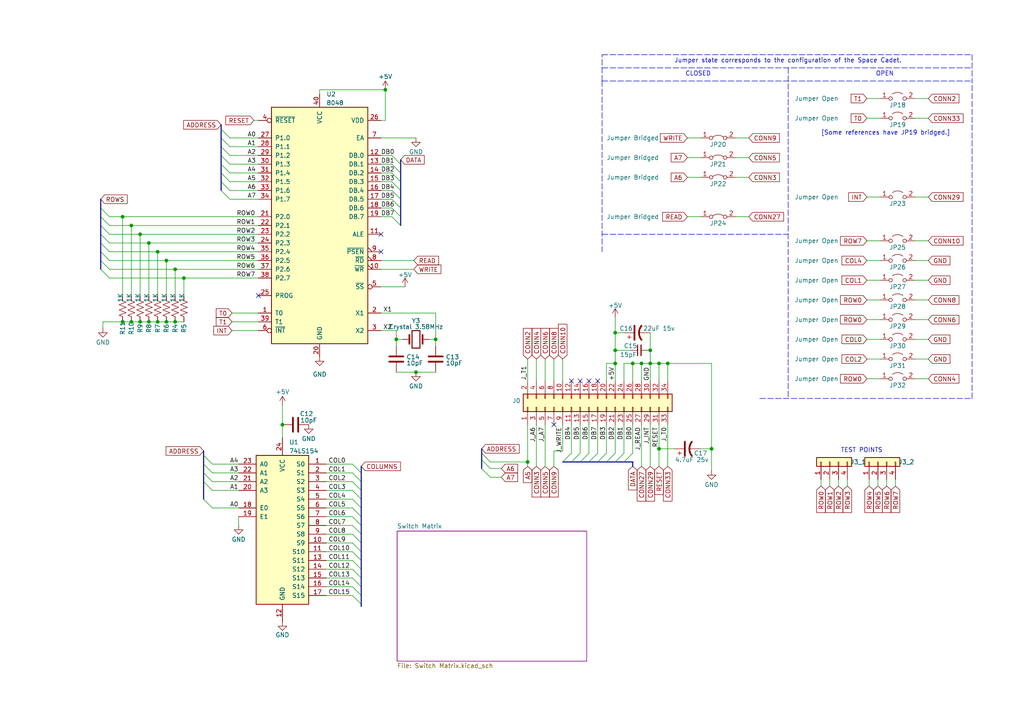
<source format=kicad_sch>
(kicad_sch (version 20211123) (generator eeschema)
  (paper "A4")
  (title_block (title "SD-16273 Keyboard PCB") (date "2022-05-14") (rev "1") (company "Micro Switch (a divison of Honeywell)") (comment 1 "This project is a modern independent rendition of the historical design.") (comment 2 "configured for the Symbolics 'Space Cadet' keyboard designed in 1978 by John L. Kulp.") (comment 3 "This PCB was used in several keyboards made by Micro Switch. It is shown as it was"))
  (lib_symbols
    (symbol "74xx:74LS154" (pin_names (offset 1.016))
      (property "Reference" "U" (at -7.62 21.59 0))
      (property "Value" "74LS154" (at -7.62 -24.13 0))
      (symbol "74LS154_1_0"
        (pin output line (at 12.7 17.78 180) (length 5.08) (name "S0") (number "1"))
        (pin output line (at 12.7 -5.08 180) (length 5.08) (name "S9") (number "10"))
        (pin output line (at 12.7 -7.62 180) (length 5.08) (name "S10") (number "11"))
        (pin power_in line (at 0 -27.94 90) (length 5.08) (name "GND") (number "12"))
        (pin output line (at 12.7 -10.16 180) (length 5.08) (name "S11") (number "13"))
        (pin output line (at 12.7 -12.7 180) (length 5.08) (name "S12") (number "14"))
        (pin output line (at 12.7 -15.24 180) (length 5.08) (name "S13") (number "15"))
        (pin output line (at 12.7 -17.78 180) (length 5.08) (name "S14") (number "16"))
        (pin output line (at 12.7 -20.32 180) (length 5.08) (name "S15") (number "17"))
        (pin input line (at -12.7 5.08 0) (length 5.08) (name "E0") (number "18"))
        (pin input line (at -12.7 2.54 0) (length 5.08) (name "E1") (number "19"))
        (pin output line (at 12.7 15.24 180) (length 5.08) (name "S1") (number "2"))
        (pin input line (at -12.7 10.16 0) (length 5.08) (name "A3") (number "20"))
        (pin input line (at -12.7 12.7 0) (length 5.08) (name "A2") (number "21"))
        (pin input line (at -12.7 15.24 0) (length 5.08) (name "A1") (number "22"))
        (pin input line (at -12.7 17.78 0) (length 5.08) (name "A0") (number "23"))
        (pin power_in line (at 0 25.4 270) (length 5.08) (name "VCC") (number "24"))
        (pin output line (at 12.7 12.7 180) (length 5.08) (name "S2") (number "3"))
        (pin output line (at 12.7 10.16 180) (length 5.08) (name "S3") (number "4"))
        (pin output line (at 12.7 7.62 180) (length 5.08) (name "S4") (number "5"))
        (pin output line (at 12.7 5.08 180) (length 5.08) (name "S5") (number "6"))
        (pin output line (at 12.7 2.54 180) (length 5.08) (name "S6") (number "7"))
        (pin output line (at 12.7 0 180) (length 5.08) (name "S7") (number "8"))
        (pin output line (at 12.7 -2.54 180) (length 5.08) (name "S8") (number "9"))
      )
    )
    (symbol "Connector_Generic:Conn_01x04" (pin_names (offset 1.016) hide)
      (property "Reference" "J" (at 0 5.08 0))
      (property "Value" "Conn_01x04" (at 0 -7.62 0))
      (symbol "Conn_01x04_1_1"
        (pin passive line (at -5.08 2.54 0) (length 3.81) (name "Pin_1") (number "1"))
        (pin passive line (at -5.08 0 0) (length 3.81) (name "Pin_2") (number "2"))
        (pin passive line (at -5.08 -2.54 0) (length 3.81) (name "Pin_3") (number "3"))
        (pin passive line (at -5.08 -5.08 0) (length 3.81) (name "Pin_4") (number "4"))
      )
    )
    (symbol "Connector_Generic:Conn_02x17_Odd_Even" (pin_names (offset 1.016) hide)
      (property "Reference" "J" (at 1.27 22.86 0))
      (property "Value" "Conn_02x17_Odd_Even" (at 1.27 -22.86 0))
      (symbol "Conn_02x17_Odd_Even_1_1"
        (pin passive line (at -5.08 20.32 0) (length 3.81) (name "Pin_1") (number "1"))
        (pin passive line (at 7.62 10.16 180) (length 3.81) (name "Pin_10") (number "10"))
        (pin passive line (at -5.08 7.62 0) (length 3.81) (name "Pin_11") (number "11"))
        (pin passive line (at 7.62 7.62 180) (length 3.81) (name "Pin_12") (number "12"))
        (pin passive line (at -5.08 5.08 0) (length 3.81) (name "Pin_13") (number "13"))
        (pin passive line (at 7.62 5.08 180) (length 3.81) (name "Pin_14") (number "14"))
        (pin passive line (at -5.08 2.54 0) (length 3.81) (name "Pin_15") (number "15"))
        (pin passive line (at 7.62 2.54 180) (length 3.81) (name "Pin_16") (number "16"))
        (pin passive line (at -5.08 0 0) (length 3.81) (name "Pin_17") (number "17"))
        (pin passive line (at 7.62 0 180) (length 3.81) (name "Pin_18") (number "18"))
        (pin passive line (at -5.08 -2.54 0) (length 3.81) (name "Pin_19") (number "19"))
        (pin passive line (at 7.62 20.32 180) (length 3.81) (name "Pin_2") (number "2"))
        (pin passive line (at 7.62 -2.54 180) (length 3.81) (name "Pin_20") (number "20"))
        (pin passive line (at -5.08 -5.08 0) (length 3.81) (name "Pin_21") (number "21"))
        (pin passive line (at 7.62 -5.08 180) (length 3.81) (name "Pin_22") (number "22"))
        (pin passive line (at -5.08 -7.62 0) (length 3.81) (name "Pin_23") (number "23"))
        (pin passive line (at 7.62 -7.62 180) (length 3.81) (name "Pin_24") (number "24"))
        (pin passive line (at -5.08 -10.16 0) (length 3.81) (name "Pin_25") (number "25"))
        (pin passive line (at 7.62 -10.16 180) (length 3.81) (name "Pin_26") (number "26"))
        (pin passive line (at -5.08 -12.7 0) (length 3.81) (name "Pin_27") (number "27"))
        (pin passive line (at 7.62 -12.7 180) (length 3.81) (name "Pin_28") (number "28"))
        (pin passive line (at -5.08 -15.24 0) (length 3.81) (name "Pin_29") (number "29"))
        (pin passive line (at -5.08 17.78 0) (length 3.81) (name "Pin_3") (number "3"))
        (pin passive line (at 7.62 -15.24 180) (length 3.81) (name "Pin_30") (number "30"))
        (pin passive line (at -5.08 -17.78 0) (length 3.81) (name "Pin_31") (number "31"))
        (pin passive line (at 7.62 -17.78 180) (length 3.81) (name "Pin_32") (number "32"))
        (pin passive line (at -5.08 -20.32 0) (length 3.81) (name "Pin_33") (number "33"))
        (pin passive line (at 7.62 -20.32 180) (length 3.81) (name "Pin_34") (number "34"))
        (pin passive line (at 7.62 17.78 180) (length 3.81) (name "Pin_4") (number "4"))
        (pin passive line (at -5.08 15.24 0) (length 3.81) (name "Pin_5") (number "5"))
        (pin passive line (at 7.62 15.24 180) (length 3.81) (name "Pin_6") (number "6"))
        (pin passive line (at -5.08 12.7 0) (length 3.81) (name "Pin_7") (number "7"))
        (pin passive line (at 7.62 12.7 180) (length 3.81) (name "Pin_8") (number "8"))
        (pin passive line (at -5.08 10.16 0) (length 3.81) (name "Pin_9") (number "9"))
      )
    )
    (symbol "Device:C" (pin_numbers hide) (pin_names (offset 0.254))
      (property "Reference" "C" (at 0.635 2.54 0))
      (property "Value" "C" (at 0.635 -2.54 0))
      (symbol "C_1_1"
        (pin passive line (at 0 3.81 270) (length 2.794) (name "~") (number "1"))
        (pin passive line (at 0 -3.81 90) (length 2.794) (name "~") (number "2"))
      )
    )
    (symbol "Device:C_Polarized_US" (pin_numbers hide) (pin_names (offset 0.254) hide)
      (property "Reference" "C" (at 0.635 2.54 0))
      (property "Value" "C_Polarized_US" (at 0.635 -2.54 0))
      (symbol "C_Polarized_US_1_1"
        (pin passive line (at 0 3.81 270) (length 2.794) (name "~") (number "1"))
        (pin passive line (at 0 -3.81 90) (length 3.302) (name "~") (number "2"))
      )
    )
    (symbol "Device:C_Small" (pin_numbers hide) (pin_names (offset 0.254) hide)
      (property "Reference" "C" (at 0.254 1.778 0))
      (property "Value" "C_Small" (at 0.254 -2.032 0))
      (symbol "C_Small_1_1"
        (pin passive line (at 0 2.54 270) (length 2.032) (name "~") (number "1"))
        (pin passive line (at 0 -2.54 90) (length 2.032) (name "~") (number "2"))
      )
    )
    (symbol "Device:Crystal" (pin_numbers hide) (pin_names (offset 1.016) hide)
      (property "Reference" "Y" (at 0 3.81 0))
      (property "Value" "Crystal" (at 0 -3.81 0))
      (symbol "Crystal_1_1"
        (pin passive line (at -3.81 0 0) (length 1.27) (name "1") (number "1"))
        (pin passive line (at 3.81 0 180) (length 1.27) (name "2") (number "2"))
      )
    )
    (symbol "Device:R_US" (pin_numbers hide) (pin_names (offset 0))
      (property "Reference" "R" (at 2.54 0 90))
      (property "Value" "R_US" (at -2.54 0 90))
      (symbol "R_US_1_1"
        (pin passive line (at 0 3.81 270) (length 1.27) (name "~") (number "1"))
        (pin passive line (at 0 -3.81 90) (length 1.27) (name "~") (number "2"))
      )
    )
    (symbol "Jumper:Jumper_2_Bridged" (pin_names (offset 0) hide)
      (property "Reference" "JP" (at 0 1.905 0))
      (property "Value" "Jumper_2_Bridged" (at 0 -2.54 0))
      (symbol "Jumper_2_Bridged_1_1"
        (pin passive line (at -5.08 0 0) (length 2.54) (name "A") (number "1"))
        (pin passive line (at 5.08 0 180) (length 2.54) (name "B") (number "2"))
      )
    )
    (symbol "Jumper:Jumper_2_Open" (pin_names (offset 0) hide)
      (property "Reference" "JP" (at 0 2.794 0))
      (property "Value" "Jumper_2_Open" (at 0 -2.286 0))
      (symbol "Jumper_2_Open_1_1"
        (pin passive line (at -5.08 0 0) (length 2.54) (name "A") (number "1"))
        (pin passive line (at 5.08 0 180) (length 2.54) (name "B") (number "2"))
      )
    )
    (symbol "MCU_Intel:8048" (pin_names (offset 1.016))
      (property "Reference" "U" (at -13.97 35.56 0))
      (property "Value" "8048" (at 8.89 35.56 0))
      (symbol "8048_1_1"
        (pin input line (at -17.78 -25.4 0) (length 3.81) (name "T0") (number "1"))
        (pin output output_low (at 17.78 -12.7 180) (length 3.81) (name "~{WR}") (number "10"))
        (pin output line (at 17.78 -2.54 180) (length 3.81) (name "ALE") (number "11"))
        (pin bidirectional line (at 17.78 20.32 180) (length 3.81) (name "DB.0") (number "12"))
        (pin bidirectional line (at 17.78 17.78 180) (length 3.81) (name "DB.1") (number "13"))
        (pin bidirectional line (at 17.78 15.24 180) (length 3.81) (name "DB.2") (number "14"))
        (pin bidirectional line (at 17.78 12.7 180) (length 3.81) (name "DB.3") (number "15"))
        (pin bidirectional line (at 17.78 10.16 180) (length 3.81) (name "DB.4") (number "16"))
        (pin bidirectional line (at 17.78 7.62 180) (length 3.81) (name "DB.5") (number "17"))
        (pin bidirectional line (at 17.78 5.08 180) (length 3.81) (name "DB.6") (number "18"))
        (pin bidirectional line (at 17.78 2.54 180) (length 3.81) (name "DB.7") (number "19"))
        (pin input line (at 17.78 -25.4 180) (length 3.81) (name "X1") (number "2"))
        (pin power_in line (at 0 -38.1 90) (length 3.81) (name "GND") (number "20"))
        (pin bidirectional line (at -17.78 2.54 0) (length 3.81) (name "P2.0") (number "21"))
        (pin bidirectional line (at -17.78 0 0) (length 3.81) (name "P2.1") (number "22"))
        (pin bidirectional line (at -17.78 -2.54 0) (length 3.81) (name "P2.2") (number "23"))
        (pin bidirectional line (at -17.78 -5.08 0) (length 3.81) (name "P2.3") (number "24"))
        (pin output line (at -17.78 -20.32 0) (length 3.81) (name "PROG") (number "25"))
        (pin power_in line (at 17.78 30.48 180) (length 3.81) (name "VDD") (number "26"))
        (pin bidirectional line (at -17.78 25.4 0) (length 3.81) (name "P1.0") (number "27"))
        (pin bidirectional line (at -17.78 22.86 0) (length 3.81) (name "P1.1") (number "28"))
        (pin bidirectional line (at -17.78 20.32 0) (length 3.81) (name "P1.2") (number "29"))
        (pin output line (at 17.78 -30.48 180) (length 3.81) (name "X2") (number "3"))
        (pin bidirectional line (at -17.78 17.78 0) (length 3.81) (name "P1.3") (number "30"))
        (pin bidirectional line (at -17.78 15.24 0) (length 3.81) (name "P1.4") (number "31"))
        (pin bidirectional line (at -17.78 12.7 0) (length 3.81) (name "P1.5") (number "32"))
        (pin bidirectional line (at -17.78 10.16 0) (length 3.81) (name "P1.6") (number "33"))
        (pin bidirectional line (at -17.78 7.62 0) (length 3.81) (name "P1.7") (number "34"))
        (pin bidirectional line (at -17.78 -7.62 0) (length 3.81) (name "P2.4") (number "35"))
        (pin bidirectional line (at -17.78 -10.16 0) (length 3.81) (name "P2.5") (number "36"))
        (pin bidirectional line (at -17.78 -12.7 0) (length 3.81) (name "P2.6") (number "37"))
        (pin bidirectional line (at -17.78 -15.24 0) (length 3.81) (name "P2.7") (number "38"))
        (pin input line (at -17.78 -27.94 0) (length 3.81) (name "T1") (number "39"))
        (pin input inverted (at -17.78 30.48 0) (length 3.81) (name "~{RESET}") (number "4"))
        (pin power_in line (at 0 38.1 270) (length 3.81) (name "VCC") (number "40"))
        (pin input inverted (at 17.78 -17.78 180) (length 3.81) (name "~{SS}") (number "5"))
        (pin input inverted (at -17.78 -30.48 0) (length 3.81) (name "~{INT}") (number "6"))
        (pin input line (at 17.78 25.4 180) (length 3.81) (name "EA") (number "7"))
        (pin output output_low (at 17.78 -10.16 180) (length 3.81) (name "~{RD}") (number "8"))
        (pin output output_low (at 17.78 -7.62 180) (length 3.81) (name "~{PSEN}") (number "9"))
      )
    )
    (symbol "power:+5V" (power) (pin_names (offset 0))
      (property "Value" "+5V" (at 0 3.556 0))
      (symbol "+5V_1_1"
        (pin power_in line (at 0 0 90) (length 0) hide (name "+5V") (number "1"))
      )
    )
    (symbol "power:GND" (power) (pin_names (offset 0))
      (property "Value" "GND" (at 0 -3.81 0))
      (symbol "GND_1_1"
        (pin power_in line (at 0 0 270) (length 0) hide (name "GND") (number "1"))
      )
    )
  )
  (junction (at 178.435 96.52))
  (junction (at 114.935 98.425))
  (junction (at 48.26 75.565))
  (junction (at 153.035 133.985))
  (junction (at 35.56 93.345))
  (junction (at 50.8 93.345))
  (junction (at 111.76 26.035))
  (junction (at 45.72 73.025))
  (junction (at 48.26 93.345))
  (junction (at 188.595 105.41))
  (junction (at 191.135 105.41))
  (junction (at 186.055 105.41))
  (junction (at 38.1 65.405))
  (junction (at 45.72 93.345))
  (junction (at 81.915 123.19))
  (junction (at 43.18 93.345))
  (junction (at 38.1 93.345))
  (junction (at 50.8 78.105))
  (junction (at 188.595 101.6))
  (junction (at 40.64 67.945))
  (junction (at 206.375 130.175))
  (junction (at 53.34 80.645))
  (junction (at 120.65 107.95))
  (junction (at 183.515 105.41))
  (junction (at 193.675 105.41))
  (junction (at 178.435 105.41))
  (junction (at 178.435 101.6))
  (junction (at 191.135 130.175))
  (junction (at 126.365 98.425))
  (junction (at 43.18 70.485))
  (junction (at 35.56 62.865))
  (junction (at 40.64 93.345))
  (no_connect (at 110.49 73.025))
  (no_connect (at 160.655 123.19))
  (no_connect (at 74.93 85.725))
  (no_connect (at 110.49 67.945))
  (no_connect (at 165.735 110.49))
  (no_connect (at 170.815 110.49))
  (no_connect (at 173.355 110.49))
  (no_connect (at 168.275 110.49))
  (bus_entry (at 31.75 78.105) (size -2.54 -2.54))
  (bus_entry (at 31.75 75.565) (size -2.54 -2.54))
  (bus_entry (at 31.75 80.645) (size -2.54 -2.54))
  (bus_entry (at 31.75 67.945) (size -2.54 -2.54))
  (bus_entry (at 31.75 73.025) (size -2.54 -2.54))
  (bus_entry (at 31.75 70.485) (size -2.54 -2.54))
  (bus_entry (at 31.75 65.405) (size -2.54 -2.54))
  (bus_entry (at 31.75 62.865) (size -2.54 -2.54))
  (bus_entry (at 102.235 134.62) (size 2.54 2.54))
  (bus_entry (at 66.675 40.005) (size -2.54 -2.54))
  (bus_entry (at 66.675 42.545) (size -2.54 -2.54))
  (bus_entry (at 66.675 55.245) (size -2.54 -2.54))
  (bus_entry (at 66.675 52.705) (size -2.54 -2.54))
  (bus_entry (at 66.675 57.785) (size -2.54 -2.54))
  (bus_entry (at 66.675 50.165) (size -2.54 -2.54))
  (bus_entry (at 66.675 47.625) (size -2.54 -2.54))
  (bus_entry (at 66.675 45.085) (size -2.54 -2.54))
  (bus_entry (at 178.435 133.985) (size 2.54 -2.54))
  (bus_entry (at 175.895 133.985) (size 2.54 -2.54))
  (bus_entry (at 173.355 133.985) (size 2.54 -2.54))
  (bus_entry (at 165.735 133.985) (size 2.54 -2.54))
  (bus_entry (at 168.275 133.985) (size 2.54 -2.54))
  (bus_entry (at 180.975 133.985) (size 2.54 -2.54))
  (bus_entry (at 170.815 133.985) (size 2.54 -2.54))
  (bus_entry (at 142.24 135.89) (size -2.54 -2.54))
  (bus_entry (at 142.24 133.985) (size -2.54 -2.54))
  (bus_entry (at 142.24 138.43) (size -2.54 -2.54))
  (bus_entry (at 102.235 142.24) (size 2.54 2.54))
  (bus_entry (at 102.235 144.78) (size 2.54 2.54))
  (bus_entry (at 102.235 147.32) (size 2.54 2.54))
  (bus_entry (at 102.235 149.86) (size 2.54 2.54))
  (bus_entry (at 102.235 137.16) (size 2.54 2.54))
  (bus_entry (at 102.235 139.7) (size 2.54 2.54))
  (bus_entry (at 102.235 160.02) (size 2.54 2.54))
  (bus_entry (at 102.235 162.56) (size 2.54 2.54))
  (bus_entry (at 102.235 152.4) (size 2.54 2.54))
  (bus_entry (at 102.235 154.94) (size 2.54 2.54))
  (bus_entry (at 102.235 157.48) (size 2.54 2.54))
  (bus_entry (at 102.235 165.1) (size 2.54 2.54))
  (bus_entry (at 102.235 167.64) (size 2.54 2.54))
  (bus_entry (at 102.235 170.18) (size 2.54 2.54))
  (bus_entry (at 102.235 172.72) (size 2.54 2.54))
  (bus_entry (at 61.595 147.32) (size -2.54 -2.54))
  (bus_entry (at 61.595 142.24) (size -2.54 -2.54))
  (bus_entry (at 61.595 139.7) (size -2.54 -2.54))
  (bus_entry (at 61.595 137.16) (size -2.54 -2.54))
  (bus_entry (at 61.595 134.62) (size -2.54 -2.54))
  (bus_entry (at 163.195 133.985) (size 2.54 -2.54))
  (bus_entry (at 113.665 57.785) (size 2.54 2.54))
  (bus_entry (at 113.665 62.865) (size 2.54 2.54))
  (bus_entry (at 113.665 60.325) (size 2.54 2.54))
  (bus_entry (at 113.665 52.705) (size 2.54 2.54))
  (bus_entry (at 113.665 50.165) (size 2.54 2.54))
  (bus_entry (at 113.665 55.245) (size 2.54 2.54))
  (bus_entry (at 113.665 45.085) (size 2.54 2.54))
  (bus_entry (at 113.665 47.625) (size 2.54 2.54))
  (wire (pts (xy 126.365 98.425) (xy 126.365 90.805)))
  (wire (pts (xy 116.84 98.425) (xy 114.935 98.425)))
  (wire (pts (xy 67.31 90.805) (xy 74.93 90.805)))
  (wire (pts (xy 186.055 105.41) (xy 186.055 110.49)))
  (bus (pts (xy 59.055 139.7) (xy 59.055 144.78)))
  (wire (pts (xy 243.205 139.065) (xy 243.205 140.97)))
  (wire (pts (xy 94.615 149.86) (xy 102.235 149.86)))
  (wire (pts (xy 94.615 152.4) (xy 102.235 152.4)))
  (bus (pts (xy 104.775 167.64) (xy 104.775 170.18)))
  (wire (pts (xy 66.675 52.705) (xy 74.93 52.705)))
  (bus (pts (xy 29.21 60.325) (xy 29.21 57.785)))
  (wire (pts (xy 110.49 83.185) (xy 117.475 83.185)))
  (bus (pts (xy 59.055 132.08) (xy 59.055 130.81)))
  (wire (pts (xy 178.435 105.41) (xy 178.435 110.49)))
  (wire (pts (xy 199.39 51.435) (xy 203.2 51.435)))
  (wire (pts (xy 66.675 55.245) (xy 74.93 55.245)))
  (bus (pts (xy 139.7 131.445) (xy 139.7 130.175)))
  (wire (pts (xy 153.035 135.255) (xy 153.035 133.985)))
  (wire (pts (xy 170.815 123.19) (xy 170.815 131.445)))
  (wire (pts (xy 155.575 123.19) (xy 155.575 135.255)))
  (wire (pts (xy 66.675 45.085) (xy 74.93 45.085)))
  (wire (pts (xy 31.75 78.105) (xy 50.8 78.105)))
  (wire (pts (xy 191.135 130.175) (xy 191.135 135.255)))
  (bus (pts (xy 29.21 62.865) (xy 29.21 60.325)))
  (wire (pts (xy 178.435 96.52) (xy 180.975 96.52)))
  (wire (pts (xy 203.2 45.72) (xy 199.39 45.72)))
  (wire (pts (xy 110.49 75.565) (xy 120.015 75.565)))
  (wire (pts (xy 173.355 123.19) (xy 173.355 131.445)))
  (wire (pts (xy 124.46 98.425) (xy 126.365 98.425)))
  (wire (pts (xy 110.49 47.625) (xy 113.665 47.625)))
  (wire (pts (xy 175.895 105.41) (xy 178.435 105.41)))
  (polyline (pts (xy 174.625 23.495) (xy 174.625 15.875)))
  (wire (pts (xy 40.64 67.945) (xy 74.93 67.945)))
  (wire (pts (xy 158.115 135.255) (xy 158.115 123.19)))
  (bus (pts (xy 116.205 52.705) (xy 116.205 55.245)))
  (wire (pts (xy 94.615 144.78) (xy 102.235 144.78)))
  (wire (pts (xy 259.715 139.065) (xy 259.715 140.97)))
  (wire (pts (xy 94.615 167.64) (xy 102.235 167.64)))
  (bus (pts (xy 104.775 157.48) (xy 104.775 160.02)))
  (wire (pts (xy 175.895 123.19) (xy 175.895 131.445)))
  (wire (pts (xy 92.71 26.035) (xy 111.76 26.035)))
  (polyline (pts (xy 281.94 15.875) (xy 281.94 23.495)))
  (wire (pts (xy 66.675 57.785) (xy 74.93 57.785)))
  (wire (pts (xy 110.49 90.805) (xy 126.365 90.805)))
  (wire (pts (xy 111.76 34.925) (xy 111.76 26.035)))
  (wire (pts (xy 265.43 109.855) (xy 269.24 109.855)))
  (wire (pts (xy 183.515 105.41) (xy 183.515 110.49)))
  (wire (pts (xy 40.64 93.345) (xy 43.18 93.345)))
  (wire (pts (xy 191.135 105.41) (xy 193.675 105.41)))
  (wire (pts (xy 66.675 47.625) (xy 74.93 47.625)))
  (wire (pts (xy 191.135 105.41) (xy 191.135 110.49)))
  (wire (pts (xy 160.655 104.14) (xy 160.655 110.49)))
  (wire (pts (xy 38.1 93.345) (xy 40.64 93.345)))
  (wire (pts (xy 114.935 107.95) (xy 120.65 107.95)))
  (wire (pts (xy 35.56 62.865) (xy 35.56 85.725)))
  (wire (pts (xy 67.31 95.885) (xy 74.93 95.885)))
  (wire (pts (xy 265.43 104.14) (xy 269.24 104.14)))
  (bus (pts (xy 139.7 133.35) (xy 139.7 135.89)))
  (wire (pts (xy 94.615 139.7) (xy 102.235 139.7)))
  (wire (pts (xy 206.375 105.41) (xy 206.375 130.175)))
  (bus (pts (xy 104.775 139.7) (xy 104.775 142.24)))
  (wire (pts (xy 175.895 105.41) (xy 175.895 110.49)))
  (bus (pts (xy 183.515 133.985) (xy 183.515 135.255)))
  (wire (pts (xy 94.615 134.62) (xy 102.235 134.62)))
  (bus (pts (xy 29.21 67.945) (xy 29.21 65.405)))
  (wire (pts (xy 45.72 73.025) (xy 74.93 73.025)))
  (wire (pts (xy 110.49 34.925) (xy 111.76 34.925)))
  (polyline (pts (xy 174.625 67.945) (xy 228.6 67.945)))
  (bus (pts (xy 104.775 172.72) (xy 104.775 175.26)))
  (wire (pts (xy 191.135 123.19) (xy 191.135 130.175)))
  (polyline (pts (xy 220.345 115.57) (xy 281.94 115.57)))
  (wire (pts (xy 251.46 75.565) (xy 255.27 75.565)))
  (bus (pts (xy 173.355 133.985) (xy 175.895 133.985)))
  (wire (pts (xy 160.655 130.81) (xy 163.195 130.81)))
  (wire (pts (xy 81.915 123.19) (xy 81.915 127)))
  (wire (pts (xy 48.26 75.565) (xy 74.93 75.565)))
  (wire (pts (xy 110.49 45.085) (xy 113.665 45.085)))
  (wire (pts (xy 183.515 105.41) (xy 186.055 105.41)))
  (bus (pts (xy 104.775 165.1) (xy 104.775 167.64)))
  (bus (pts (xy 104.775 149.86) (xy 104.775 152.4)))
  (wire (pts (xy 238.125 139.065) (xy 238.125 140.97)))
  (wire (pts (xy 31.75 75.565) (xy 48.26 75.565)))
  (wire (pts (xy 251.46 104.14) (xy 255.27 104.14)))
  (wire (pts (xy 188.595 123.19) (xy 188.595 135.255)))
  (wire (pts (xy 110.49 50.165) (xy 113.665 50.165)))
  (wire (pts (xy 178.435 92.075) (xy 178.435 96.52)))
  (bus (pts (xy 104.775 147.32) (xy 104.775 149.86)))
  (wire (pts (xy 193.675 123.19) (xy 193.675 135.255)))
  (bus (pts (xy 116.205 60.325) (xy 116.205 62.865)))
  (wire (pts (xy 43.18 70.485) (xy 43.18 85.725)))
  (wire (pts (xy 31.75 67.945) (xy 40.64 67.945)))
  (wire (pts (xy 31.75 62.865) (xy 35.56 62.865)))
  (bus (pts (xy 163.195 133.985) (xy 165.735 133.985)))
  (wire (pts (xy 186.055 123.19) (xy 186.055 135.255)))
  (wire (pts (xy 110.49 57.785) (xy 113.665 57.785)))
  (wire (pts (xy 66.675 40.005) (xy 74.93 40.005)))
  (wire (pts (xy 163.195 104.14) (xy 163.195 110.49)))
  (wire (pts (xy 66.675 50.165) (xy 74.93 50.165)))
  (bus (pts (xy 64.135 37.465) (xy 64.135 40.005)))
  (wire (pts (xy 31.75 65.405) (xy 38.1 65.405)))
  (wire (pts (xy 110.49 60.325) (xy 113.665 60.325)))
  (polyline (pts (xy 174.625 23.495) (xy 174.625 73.025)))
  (bus (pts (xy 116.205 50.165) (xy 116.205 52.705)))
  (bus (pts (xy 104.775 154.94) (xy 104.775 157.48)))
  (wire (pts (xy 142.24 133.985) (xy 153.035 133.985)))
  (bus (pts (xy 116.205 47.625) (xy 116.205 50.165)))
  (wire (pts (xy 94.615 170.18) (xy 102.235 170.18)))
  (bus (pts (xy 178.435 133.985) (xy 180.975 133.985)))
  (wire (pts (xy 145.415 135.89) (xy 142.24 135.89)))
  (wire (pts (xy 94.615 142.24) (xy 102.235 142.24)))
  (wire (pts (xy 251.46 86.995) (xy 255.27 86.995)))
  (wire (pts (xy 255.27 57.15) (xy 251.46 57.15)))
  (wire (pts (xy 94.615 162.56) (xy 102.235 162.56)))
  (wire (pts (xy 213.36 62.865) (xy 217.17 62.865)))
  (wire (pts (xy 245.745 139.065) (xy 245.745 140.97)))
  (polyline (pts (xy 281.94 115.57) (xy 281.94 23.495)))
  (wire (pts (xy 199.39 62.865) (xy 203.2 62.865)))
  (bus (pts (xy 29.21 78.105) (xy 29.21 75.565)))
  (wire (pts (xy 251.46 69.85) (xy 255.27 69.85)))
  (wire (pts (xy 110.49 55.245) (xy 113.665 55.245)))
  (bus (pts (xy 64.135 52.705) (xy 64.135 55.245)))
  (bus (pts (xy 29.21 70.485) (xy 29.21 67.945)))
  (wire (pts (xy 50.8 93.345) (xy 53.34 93.345)))
  (wire (pts (xy 265.43 75.565) (xy 269.24 75.565)))
  (wire (pts (xy 61.595 147.32) (xy 69.215 147.32)))
  (wire (pts (xy 67.31 93.345) (xy 74.93 93.345)))
  (wire (pts (xy 61.595 139.7) (xy 69.215 139.7)))
  (wire (pts (xy 50.8 78.105) (xy 74.93 78.105)))
  (bus (pts (xy 104.775 162.56) (xy 104.775 165.1)))
  (wire (pts (xy 53.34 80.645) (xy 74.93 80.645)))
  (bus (pts (xy 29.21 75.565) (xy 29.21 73.025)))
  (wire (pts (xy 178.435 96.52) (xy 178.435 101.6)))
  (wire (pts (xy 178.435 123.19) (xy 178.435 131.445)))
  (bus (pts (xy 104.775 144.78) (xy 104.775 147.32)))
  (wire (pts (xy 40.64 67.945) (xy 40.64 85.725)))
  (bus (pts (xy 64.135 40.005) (xy 64.135 42.545)))
  (wire (pts (xy 110.49 52.705) (xy 113.665 52.705)))
  (wire (pts (xy 38.1 65.405) (xy 38.1 85.725)))
  (wire (pts (xy 188.595 96.52) (xy 188.595 101.6)))
  (wire (pts (xy 178.435 101.6) (xy 178.435 105.41)))
  (wire (pts (xy 199.39 40.005) (xy 203.2 40.005)))
  (wire (pts (xy 257.175 139.065) (xy 257.175 140.97)))
  (wire (pts (xy 94.615 137.16) (xy 102.235 137.16)))
  (wire (pts (xy 110.49 78.105) (xy 120.015 78.105)))
  (wire (pts (xy 53.34 80.645) (xy 53.34 85.725)))
  (wire (pts (xy 110.49 40.005) (xy 120.65 40.005)))
  (wire (pts (xy 158.115 104.14) (xy 158.115 110.49)))
  (wire (pts (xy 120.65 107.95) (xy 126.365 107.95)))
  (bus (pts (xy 170.815 133.985) (xy 173.355 133.985)))
  (bus (pts (xy 165.735 133.985) (xy 168.275 133.985)))
  (wire (pts (xy 163.195 123.19) (xy 163.195 130.81)))
  (wire (pts (xy 94.615 172.72) (xy 102.235 172.72)))
  (bus (pts (xy 104.775 137.16) (xy 104.775 139.7)))
  (bus (pts (xy 104.775 170.18) (xy 104.775 172.72)))
  (bus (pts (xy 116.205 62.865) (xy 116.205 65.405)))
  (bus (pts (xy 64.135 42.545) (xy 64.135 45.085)))
  (wire (pts (xy 66.675 42.545) (xy 74.93 42.545)))
  (wire (pts (xy 193.675 105.41) (xy 193.675 110.49)))
  (wire (pts (xy 94.615 157.48) (xy 102.235 157.48)))
  (wire (pts (xy 193.675 105.41) (xy 206.375 105.41)))
  (wire (pts (xy 114.935 95.885) (xy 110.49 95.885)))
  (bus (pts (xy 29.21 73.025) (xy 29.21 70.485)))
  (wire (pts (xy 81.915 117.475) (xy 81.915 123.19)))
  (bus (pts (xy 168.275 133.985) (xy 170.815 133.985)))
  (wire (pts (xy 48.26 75.565) (xy 48.26 85.725)))
  (polyline (pts (xy 174.625 23.495) (xy 281.94 23.495)))
  (wire (pts (xy 254.635 139.065) (xy 254.635 140.97)))
  (bus (pts (xy 104.775 142.24) (xy 104.775 144.78)))
  (wire (pts (xy 48.26 93.345) (xy 50.8 93.345)))
  (wire (pts (xy 188.595 105.41) (xy 188.595 110.49)))
  (wire (pts (xy 203.2 130.175) (xy 206.375 130.175)))
  (wire (pts (xy 153.035 123.19) (xy 153.035 133.985)))
  (wire (pts (xy 251.46 109.855) (xy 255.27 109.855)))
  (wire (pts (xy 252.095 139.065) (xy 252.095 140.97)))
  (wire (pts (xy 35.56 93.345) (xy 38.1 93.345)))
  (wire (pts (xy 188.595 105.41) (xy 191.135 105.41)))
  (wire (pts (xy 31.75 73.025) (xy 45.72 73.025)))
  (bus (pts (xy 104.775 175.26) (xy 104.775 175.895)))
  (bus (pts (xy 59.055 137.16) (xy 59.055 134.62)))
  (wire (pts (xy 180.975 110.49) (xy 180.975 105.41)))
  (wire (pts (xy 73.66 34.925) (xy 74.93 34.925)))
  (wire (pts (xy 29.845 95.25) (xy 29.845 93.345)))
  (wire (pts (xy 114.935 98.425) (xy 114.935 100.33)))
  (wire (pts (xy 45.72 93.345) (xy 48.26 93.345)))
  (bus (pts (xy 116.205 55.245) (xy 116.205 57.785)))
  (wire (pts (xy 265.43 92.71) (xy 269.24 92.71)))
  (wire (pts (xy 126.365 98.425) (xy 126.365 100.33)))
  (wire (pts (xy 31.75 80.645) (xy 53.34 80.645)))
  (wire (pts (xy 153.035 104.14) (xy 153.035 110.49)))
  (wire (pts (xy 160.655 135.255) (xy 160.655 130.81)))
  (wire (pts (xy 186.055 105.41) (xy 188.595 105.41)))
  (wire (pts (xy 251.46 81.28) (xy 255.27 81.28)))
  (wire (pts (xy 92.71 27.305) (xy 92.71 26.035)))
  (bus (pts (xy 29.21 65.405) (xy 29.21 62.865)))
  (polyline (pts (xy 228.6 19.685) (xy 228.6 115.57)))
  (wire (pts (xy 94.615 154.94) (xy 102.235 154.94)))
  (wire (pts (xy 265.43 81.28) (xy 269.24 81.28)))
  (wire (pts (xy 206.375 130.175) (xy 206.375 136.525)))
  (wire (pts (xy 265.43 98.425) (xy 269.24 98.425)))
  (wire (pts (xy 168.275 123.19) (xy 168.275 131.445)))
  (wire (pts (xy 69.215 149.86) (xy 69.215 152.4)))
  (wire (pts (xy 45.72 73.025) (xy 45.72 85.725)))
  (wire (pts (xy 255.27 34.29) (xy 251.46 34.29)))
  (wire (pts (xy 213.36 45.72) (xy 217.17 45.72)))
  (wire (pts (xy 213.36 40.005) (xy 217.17 40.005)))
  (wire (pts (xy 183.515 123.19) (xy 183.515 131.445)))
  (wire (pts (xy 265.43 69.85) (xy 269.24 69.85)))
  (wire (pts (xy 265.43 34.29) (xy 269.24 34.29)))
  (wire (pts (xy 61.595 137.16) (xy 69.215 137.16)))
  (wire (pts (xy 31.75 70.485) (xy 43.18 70.485)))
  (polyline (pts (xy 174.625 19.685) (xy 281.94 19.685)))
  (wire (pts (xy 61.595 134.62) (xy 69.215 134.62)))
  (wire (pts (xy 29.845 93.345) (xy 35.56 93.345)))
  (wire (pts (xy 145.415 138.43) (xy 142.24 138.43)))
  (wire (pts (xy 94.615 165.1) (xy 102.235 165.1)))
  (wire (pts (xy 178.435 101.6) (xy 182.88 101.6)))
  (wire (pts (xy 187.96 101.6) (xy 188.595 101.6)))
  (bus (pts (xy 64.135 50.165) (xy 64.135 52.705)))
  (bus (pts (xy 59.055 134.62) (xy 59.055 132.08)))
  (wire (pts (xy 180.975 105.41) (xy 183.515 105.41)))
  (bus (pts (xy 64.135 45.085) (xy 64.135 47.625)))
  (wire (pts (xy 155.575 104.14) (xy 155.575 110.49)))
  (wire (pts (xy 35.56 62.865) (xy 74.93 62.865)))
  (wire (pts (xy 94.615 147.32) (xy 102.235 147.32)))
  (bus (pts (xy 116.205 57.785) (xy 116.205 60.325)))
  (bus (pts (xy 104.775 152.4) (xy 104.775 154.94)))
  (wire (pts (xy 191.135 130.175) (xy 195.58 130.175)))
  (bus (pts (xy 59.055 137.16) (xy 59.055 139.7)))
  (polyline (pts (xy 174.625 15.875) (xy 281.94 15.875)))
  (wire (pts (xy 251.46 92.71) (xy 255.27 92.71)))
  (wire (pts (xy 43.18 93.345) (xy 45.72 93.345)))
  (bus (pts (xy 104.775 135.255) (xy 104.775 137.16)))
  (wire (pts (xy 240.665 139.065) (xy 240.665 140.97)))
  (bus (pts (xy 64.135 37.465) (xy 64.135 36.195)))
  (wire (pts (xy 213.36 51.435) (xy 217.17 51.435)))
  (wire (pts (xy 265.43 57.15) (xy 269.24 57.15)))
  (wire (pts (xy 50.8 78.105) (xy 50.8 85.725)))
  (wire (pts (xy 165.735 123.19) (xy 165.735 131.445)))
  (wire (pts (xy 265.43 28.575) (xy 269.24 28.575)))
  (wire (pts (xy 38.1 65.405) (xy 74.93 65.405)))
  (wire (pts (xy 110.49 62.865) (xy 113.665 62.865)))
  (wire (pts (xy 94.615 160.02) (xy 102.235 160.02)))
  (bus (pts (xy 64.135 47.625) (xy 64.135 50.165)))
  (bus (pts (xy 139.7 131.445) (xy 139.7 133.35)))
  (wire (pts (xy 61.595 142.24) (xy 69.215 142.24)))
  (bus (pts (xy 175.895 133.985) (xy 178.435 133.985)))
  (wire (pts (xy 251.46 98.425) (xy 255.27 98.425)))
  (wire (pts (xy 255.27 28.575) (xy 251.46 28.575)))
  (bus (pts (xy 180.975 133.985) (xy 183.515 133.985)))
  (wire (pts (xy 180.975 123.19) (xy 180.975 131.445)))
  (wire (pts (xy 43.18 70.485) (xy 74.93 70.485)))
  (bus (pts (xy 116.205 46.355) (xy 116.205 47.625)))
  (wire (pts (xy 188.595 101.6) (xy 188.595 105.41)))
  (wire (pts (xy 114.935 98.425) (xy 114.935 95.885)))
  (bus (pts (xy 104.775 160.02) (xy 104.775 162.56)))
  (wire (pts (xy 265.43 86.995) (xy 269.24 86.995)))
  (text "Jumper state corresponds to the configuration of the Space Cadet." (at 195.58 18.415 0) (effects (font (size 1.27 1.27)) (justify left bottom)))
  (text "CLOSED" (at 198.755 22.225 0) (effects (font (size 1.27 1.27)) (justify left bottom)))
  (text "TEST POINTS" (at 243.84 131.445 0) (effects (font (size 1.27 1.27)) (justify left bottom)))
  (text "[Some references have JP19 bridged.]" (at 238.125 39.37 0) (effects (font (size 1.27 1.27)) (justify left bottom)))
  (text "OPEN" (at 254 22.225 0) (effects (font (size 1.27 1.27)) (justify left bottom)))
  (label "A0" (at 66.675 147.32 0))
  (label "DB4" (at 110.49 55.245 0))
  (label "DB6" (at 170.815 127.635 90))
  (label "A3" (at 71.755 47.625 0))
  (label "J_T0" (at 193.675 123.825 270))
  (label "ROW2" (at 68.58 67.945 0))
  (label "J_T1" (at 153.035 106.045 270))
  (label "COL8" (at 95.25 154.94 0))
  (label "A6" (at 71.755 55.245 0))
  (label "ROW6" (at 68.58 78.105 0))
  (label "ROW7" (at 68.58 80.645 0))
  (label "X1" (at 111.125 90.805 0))
  (label "DB2" (at 178.435 127.635 90))
  (label "A5" (at 71.755 52.705 0))
  (label "J_INT" (at 188.595 123.825 270))
  (label "COL2" (at 95.25 139.7 0))
  (label "A2" (at 66.675 139.7 0))
  (label "DB5" (at 168.275 127.635 90))
  (label "DB3" (at 175.895 127.635 90))
  (label "COL0" (at 95.25 134.62 0))
  (label "J_READ" (at 186.055 123.825 270))
  (label "J_WRITE" (at 163.195 123.825 270))
  (label "COL10" (at 95.25 160.02 0))
  (label "DB0" (at 110.49 45.085 0))
  (label "A4" (at 66.675 134.62 0))
  (label "DB2" (at 110.49 50.165 0))
  (label "COL5" (at 95.25 147.32 0))
  (label "J_A6" (at 155.575 123.825 270))
  (label "A3" (at 66.675 137.16 0))
  (label "COL15" (at 95.25 172.72 0))
  (label "ROW0" (at 68.58 62.865 0))
  (label "COL11" (at 95.25 162.56 0))
  (label "RESET" (at 191.135 123.825 270))
  (label "ROW3" (at 68.58 70.485 0))
  (label "DB1" (at 180.975 127.635 90))
  (label "A4" (at 71.755 50.165 0))
  (label "GND" (at 188.595 110.49 90))
  (label "COL7" (at 95.25 152.4 0))
  (label "DB1" (at 110.49 47.625 0))
  (label "COL4" (at 95.25 144.78 0))
  (label "A7" (at 71.755 57.785 0))
  (label "COL14" (at 95.25 170.18 0))
  (label "COL13" (at 95.25 167.64 0))
  (label "ROW5" (at 68.58 75.565 0))
  (label "COL3" (at 95.25 142.24 0))
  (label "COL9" (at 95.25 157.48 0))
  (label "DB6" (at 110.49 60.325 0))
  (label "A1" (at 71.755 42.545 0))
  (label "COL1" (at 95.25 137.16 0))
  (label "A2" (at 71.755 45.085 0))
  (label "DB5" (at 110.49 57.785 0))
  (label "COL6" (at 95.25 149.86 0))
  (label "DB7" (at 110.49 62.865 0))
  (label "X2" (at 111.125 95.885 0))
  (label "DB3" (at 110.49 52.705 0))
  (label "ROW4" (at 68.58 73.025 0))
  (label "A0" (at 71.755 40.005 0))
  (label "A1" (at 66.675 142.24 0))
  (label "DB4" (at 165.735 127.635 90))
  (label "COL12" (at 95.25 165.1 0))
  (label "ROW1" (at 68.58 65.405 0))
  (label "+5V" (at 178.435 110.49 90))
  (label "DB0" (at 183.515 127.635 90))
  (label "DB7" (at 173.355 127.635 90))
  (label "J_A7" (at 158.115 123.825 270))
  (global_label "INT" (shape input) (at 251.46 57.15 180) (property "Intersheet References" "${INTERSHEET_REFS}" (effects hide)))
  (global_label "A6" (shape input) (at 199.39 51.435 180) (property "Intersheet References" "${INTERSHEET_REFS}" (effects hide)))
  (global_label "GND" (shape input) (at 269.24 98.425 0) (property "Intersheet References" "${INTERSHEET_REFS}" (effects hide)))
  (global_label "CONN6" (shape input) (at 269.24 92.71 0) (property "Intersheet References" "${INTERSHEET_REFS}" (effects hide)))
  (global_label "A6" (shape input) (at 145.415 135.89 0) (property "Intersheet References" "${INTERSHEET_REFS}" (effects hide)))
  (global_label "WRITE" (shape input) (at 199.39 40.005 180) (property "Intersheet References" "${INTERSHEET_REFS}" (effects hide)))
  (global_label "GND" (shape input) (at 269.24 81.28 0) (property "Intersheet References" "${INTERSHEET_REFS}" (effects hide)))
  (global_label "ROWS" (shape input) (at 29.21 57.785 0) (property "Intersheet References" "${INTERSHEET_REFS}" (effects hide)))
  (global_label "ROW0" (shape input) (at 251.46 92.71 180) (property "Intersheet References" "${INTERSHEET_REFS}" (effects hide)))
  (global_label "COLUMNS" (shape input) (at 104.775 135.255 0) (property "Intersheet References" "${INTERSHEET_REFS}" (effects hide)))
  (global_label "CONN2" (shape input) (at 269.24 28.575 0) (property "Intersheet References" "${INTERSHEET_REFS}" (effects hide)))
  (global_label "ADDRESS" (shape input) (at 59.055 130.81 180) (property "Intersheet References" "${INTERSHEET_REFS}" (effects hide)))
  (global_label "CONN8" (shape input) (at 160.655 104.14 90) (property "Intersheet References" "${INTERSHEET_REFS}" (effects hide)))
  (global_label "ROW4" (shape input) (at 252.095 140.97 270) (property "Intersheet References" "${INTERSHEET_REFS}" (effects hide)))
  (global_label "ROW7" (shape input) (at 259.715 140.97 270) (property "Intersheet References" "${INTERSHEET_REFS}" (effects hide)))
  (global_label "CONN10" (shape input) (at 163.195 104.14 90) (property "Intersheet References" "${INTERSHEET_REFS}" (effects hide)))
  (global_label "CONN27" (shape input) (at 217.17 62.865 0) (property "Intersheet References" "${INTERSHEET_REFS}" (effects hide)))
  (global_label "COL1" (shape input) (at 251.46 81.28 180) (property "Intersheet References" "${INTERSHEET_REFS}" (effects hide)))
  (global_label "CONN3" (shape input) (at 155.575 135.255 270) (property "Intersheet References" "${INTERSHEET_REFS}" (effects hide)))
  (global_label "CONN29" (shape input) (at 269.24 57.15 0) (property "Intersheet References" "${INTERSHEET_REFS}" (effects hide)))
  (global_label "ROW0" (shape input) (at 251.46 86.995 180) (property "Intersheet References" "${INTERSHEET_REFS}" (effects hide)))
  (global_label "T1" (shape input) (at 67.31 93.345 180) (property "Intersheet References" "${INTERSHEET_REFS}" (effects hide)))
  (global_label "GND" (shape input) (at 269.24 104.14 0) (property "Intersheet References" "${INTERSHEET_REFS}" (effects hide)))
  (global_label "RESET" (shape input) (at 191.135 135.255 270) (property "Intersheet References" "${INTERSHEET_REFS}" (effects hide)))
  (global_label "A7" (shape input) (at 145.415 138.43 0) (property "Intersheet References" "${INTERSHEET_REFS}" (effects hide)))
  (global_label "INT" (shape input) (at 67.31 95.885 180) (property "Intersheet References" "${INTERSHEET_REFS}" (effects hide)))
  (global_label "ADDRESS" (shape input) (at 64.135 36.195 180) (property "Intersheet References" "${INTERSHEET_REFS}" (effects hide)))
  (global_label "CONN5" (shape input) (at 217.17 45.72 0) (property "Intersheet References" "${INTERSHEET_REFS}" (effects hide)))
  (global_label "CONN9" (shape input) (at 217.17 40.005 0) (property "Intersheet References" "${INTERSHEET_REFS}" (effects hide)))
  (global_label "COL2" (shape input) (at 251.46 104.14 180) (property "Intersheet References" "${INTERSHEET_REFS}" (effects hide)))
  (global_label "READ" (shape input) (at 199.39 62.865 180) (property "Intersheet References" "${INTERSHEET_REFS}" (effects hide)))
  (global_label "CONN27" (shape input) (at 186.055 135.255 270) (property "Intersheet References" "${INTERSHEET_REFS}" (effects hide)))
  (global_label "CONN29" (shape input) (at 188.595 135.255 270) (property "Intersheet References" "${INTERSHEET_REFS}" (effects hide)))
  (global_label "DATA" (shape input) (at 116.205 46.355 0) (property "Intersheet References" "${INTERSHEET_REFS}" (effects hide)))
  (global_label "T1" (shape input) (at 251.46 28.575 180) (property "Intersheet References" "${INTERSHEET_REFS}" (effects hide)))
  (global_label "ROW2" (shape input) (at 243.205 140.97 270) (property "Intersheet References" "${INTERSHEET_REFS}" (effects hide)))
  (global_label "CONN4" (shape input) (at 269.24 109.855 0) (property "Intersheet References" "${INTERSHEET_REFS}" (effects hide)))
  (global_label "ROW3" (shape input) (at 245.745 140.97 270) (property "Intersheet References" "${INTERSHEET_REFS}" (effects hide)))
  (global_label "ROW1" (shape input) (at 240.665 140.97 270) (property "Intersheet References" "${INTERSHEET_REFS}" (effects hide)))
  (global_label "CONN3" (shape input) (at 217.17 51.435 0) (property "Intersheet References" "${INTERSHEET_REFS}" (effects hide)))
  (global_label "ADDRESS" (shape input) (at 139.7 130.175 0) (property "Intersheet References" "${INTERSHEET_REFS}" (effects hide)))
  (global_label "A5" (shape input) (at 153.035 135.255 270) (property "Intersheet References" "${INTERSHEET_REFS}" (effects hide)))
  (global_label "CONN33" (shape input) (at 269.24 34.29 0) (property "Intersheet References" "${INTERSHEET_REFS}" (effects hide)))
  (global_label "T0" (shape input) (at 251.46 34.29 180) (property "Intersheet References" "${INTERSHEET_REFS}" (effects hide)))
  (global_label "CONN5" (shape input) (at 158.115 135.255 270) (property "Intersheet References" "${INTERSHEET_REFS}" (effects hide)))
  (global_label "A7" (shape input) (at 199.39 45.72 180) (property "Intersheet References" "${INTERSHEET_REFS}" (effects hide)))
  (global_label "T0" (shape input) (at 67.31 90.805 180) (property "Intersheet References" "${INTERSHEET_REFS}" (effects hide)))
  (global_label "COL4" (shape input) (at 251.46 75.565 180) (property "Intersheet References" "${INTERSHEET_REFS}" (effects hide)))
  (global_label "CONN8" (shape input) (at 269.24 86.995 0) (property "Intersheet References" "${INTERSHEET_REFS}" (effects hide)))
  (global_label "CONN9" (shape input) (at 160.655 135.255 270) (property "Intersheet References" "${INTERSHEET_REFS}" (effects hide)))
  (global_label "CONN10" (shape input) (at 269.24 69.85 0) (property "Intersheet References" "${INTERSHEET_REFS}" (effects hide)))
  (global_label "ROW6" (shape input) (at 257.175 140.97 270) (property "Intersheet References" "${INTERSHEET_REFS}" (effects hide)))
  (global_label "CONN6" (shape input) (at 158.115 104.14 90) (property "Intersheet References" "${INTERSHEET_REFS}" (effects hide)))
  (global_label "RESET" (shape input) (at 73.66 34.925 180) (property "Intersheet References" "${INTERSHEET_REFS}" (effects hide)))
  (global_label "ROW7" (shape input) (at 251.46 69.85 180) (property "Intersheet References" "${INTERSHEET_REFS}" (effects hide)))
  (global_label "WRITE" (shape input) (at 120.015 78.105 0) (property "Intersheet References" "${INTERSHEET_REFS}" (effects hide)))
  (global_label "COL0" (shape input) (at 251.46 98.425 180) (property "Intersheet References" "${INTERSHEET_REFS}" (effects hide)))
  (global_label "READ" (shape input) (at 120.015 75.565 0) (property "Intersheet References" "${INTERSHEET_REFS}" (effects hide)))
  (global_label "ROW5" (shape input) (at 254.635 140.97 270) (property "Intersheet References" "${INTERSHEET_REFS}" (effects hide)))
  (global_label "CONN33" (shape input) (at 193.675 135.255 270) (property "Intersheet References" "${INTERSHEET_REFS}" (effects hide)))
  (global_label "DATA" (shape input) (at 183.515 135.255 270) (property "Intersheet References" "${INTERSHEET_REFS}" (effects hide)))
  (global_label "ROW0" (shape input) (at 251.46 109.855 180) (property "Intersheet References" "${INTERSHEET_REFS}" (effects hide)))
  (global_label "ROW0" (shape input) (at 238.125 140.97 270) (property "Intersheet References" "${INTERSHEET_REFS}" (effects hide)))
  (global_label "GND" (shape input) (at 269.24 75.565 0) (property "Intersheet References" "${INTERSHEET_REFS}" (effects hide)))
  (global_label "CONN2" (shape input) (at 153.035 104.14 90) (property "Intersheet References" "${INTERSHEET_REFS}" (effects hide)))
  (global_label "CONN4" (shape input) (at 155.575 104.14 90) (property "Intersheet References" "${INTERSHEET_REFS}" (effects hide)))
  (symbol (lib_id "Device:C_Polarized_US") (at 184.785 96.52 90) (unit 1)
    (property "Reference" "C16" (at 181.61 95.25 90))
    (property "Value" "22uF 15v" (at 191.135 95.25 90))
    (property "Footprint" "TestPoint:Two_Pad_Through_Hole_20mm" (effects hide))
    (property "PossibleFootprint" "Capacitor_THT:CP_Axial_L25.0mm_D10.0mm_P30.00mm_Horizontal" (effects hide))
  )
  (symbol (lib_id "Jumper:Jumper_2_Bridged") (at 208.28 62.865 0) (unit 1)
    (property "Reference" "JP24" (at 208.28 64.77 0))
    (property "Value" "Jumper Bridged" (at 191.135 62.865 0) (effects (justify right)))
    (property "Footprint" "Jumper:SolderJumper-2_P1.3mm_Bridged2Bar_Pad1.0x1.5mm" (effects hide))
  )
  (symbol (lib_id "power:GND") (at 92.71 103.505 0) (unit 1)
    (property "Reference" "#PWR0102" (effects hide))
    (property "Value" "GND" (at 92.71 108.585 0))
  )
  (symbol (lib_id "Jumper:Jumper_2_Open") (at 260.35 92.71 0) (unit 1)
    (property "Reference" "JP29" (at 260.35 94.615 0))
    (property "Value" "Jumper Open" (at 243.205 92.71 0) (effects (justify right)))
    (property "Footprint" "Jumper:SolderJumper-2_P1.3mm_Open_TrianglePad1.0x1.5mm" (effects hide))
  )
  (symbol (lib_id "power:+5V") (at 81.915 117.475 0) (unit 1)
    (property "Reference" "#PWR0106" (effects hide))
    (property "Value" "+5V" (at 81.915 113.665 0))
  )
  (symbol (lib_id "Connector_Generic:Conn_02x17_Odd_Even") (at 173.355 118.11 90) (unit 1)
    (property "Reference" "J0" (at 151.003 116.2455 90) (effects (justify left)))
    (property "Value" "Conn_02x17_Odd_Even" (effects hide))
    (property "Footprint" "Connector_PinHeader_2.54mm:PinHeader_2x17_P2.54mm_Horizontal" (effects hide))
  )
  (symbol (lib_id "Jumper:Jumper_2_Bridged") (at 208.28 40.005 0) (unit 1)
    (property "Reference" "JP20" (at 208.28 41.91 0))
    (property "Value" "Jumper Bridged" (at 191.135 40.005 0) (effects (justify right)))
    (property "Footprint" "Jumper:SolderJumper-2_P1.3mm_Bridged2Bar_Pad1.0x1.5mm" (effects hide))
  )
  (symbol (lib_id "Connector_Generic:Conn_01x04") (at 254.635 133.985 90) (unit 1)
    (property "Reference" "J3_2" (at 262.89 133.985 90))
    (property "Value" "Conn_01x04" (effects hide))
    (property "Footprint" "Connector_PinHeader_2.54mm:PinHeader_1x04_P2.54mm_Vertical" (effects hide))
  )
  (symbol (lib_id "Jumper:Jumper_2_Open") (at 260.35 104.14 0) (unit 1)
    (property "Reference" "JP31" (at 260.35 106.045 0))
    (property "Value" "Jumper Open" (at 243.205 104.14 0) (effects (justify right)))
    (property "Footprint" "Jumper:SolderJumper-2_P1.3mm_Open_TrianglePad1.0x1.5mm" (effects hide))
  )
  (symbol (lib_id "power:GND") (at 89.535 123.19 0) (unit 1)
    (property "Reference" "#PWR0107" (effects hide))
    (property "Value" "GND" (at 89.535 127.2461 0))
  )
  (symbol (lib_id "Device:Crystal") (at 120.65 98.425 0) (unit 1)
    (property "Reference" "Y3" (at 120.65 93.0275 0))
    (property "Value" "Crystal 3.58MHz" (at 120.65 94.7897 0))
    (property "Footprint" "TestPoint:Two_Pad_Through_Hole_10.4mm" (effects hide))
    (property "PossibleFootprint" "Crystal:Crystal_HC52-U_Horizontal" (effects hide))
  )
  (symbol (lib_id "Jumper:Jumper_2_Open") (at 260.35 109.855 0) (unit 1)
    (property "Reference" "JP32" (at 260.35 111.76 0))
    (property "Value" "Jumper Open" (at 243.205 109.855 0) (effects (justify right)))
    (property "Footprint" "Jumper:SolderJumper-2_P1.3mm_Open_TrianglePad1.0x1.5mm" (effects hide))
  )
  (symbol (lib_id "Device:C") (at 85.725 123.19 90) (unit 1)
    (property "Reference" "C12" (at 88.9 120.015 90))
    (property "Value" "10pF" (at 89.535 121.92 90))
    (property "Footprint" "TestPoint:Two_Pad_Through_Hole_10.4mm" (effects hide))
    (property "PossibleFootprint" "Capacitor_THT:C_Axial_L3.8mm_D2.6mm_P12.50mm_Horizontal" (effects hide))
  )
  (symbol (lib_id "Jumper:Jumper_2_Open") (at 260.35 98.425 0) (unit 1)
    (property "Reference" "JP30" (at 260.35 100.33 0))
    (property "Value" "Jumper Open" (at 243.205 98.425 0) (effects (justify right)))
    (property "Footprint" "Jumper:SolderJumper-2_P1.3mm_Open_TrianglePad1.0x1.5mm" (effects hide))
  )
  (symbol (lib_id "Device:C_Small") (at 185.42 101.6 90) (unit 1)
    (property "Reference" "C15" (at 182.88 100.33 90))
    (property "Value" "15pF" (at 182.245 102.87 90))
    (property "Footprint" "TestPoint:Two_Pad_Through_Hole_10.4mm" (effects hide))
    (property "PossibleFootprint" "Capacitor_THT:C_Axial_L3.8mm_D2.6mm_P12.50mm_Horizontal" (effects hide))
  )
  (symbol (lib_id "Device:R_US") (at 50.8 89.535 180) (unit 1)
    (property "Reference" "R4" (at 50.8 95.25 90))
    (property "Value" "1K" (at 50.165 86.36 90))
    (property "Footprint" "TestPoint:Two_Pad_Through_Hole_12.4mm" (effects hide))
  )
  (symbol (lib_id "Device:R_US") (at 38.1 89.535 180) (unit 1)
    (property "Reference" "R10" (at 38.1 95.25 90))
    (property "Value" "1K" (at 37.465 86.36 90))
    (property "Footprint" "TestPoint:Two_Pad_Through_Hole_12.4mm" (effects hide))
  )
  (symbol (lib_id "power:GND") (at 81.915 180.34 0) (unit 1)
    (property "Reference" "#PWR0111" (effects hide))
    (property "Value" "GND" (at 81.915 184.15 0))
  )
  (symbol (lib_id "Device:R_US") (at 48.26 89.535 180) (unit 1)
    (property "Reference" "R6" (at 48.26 95.25 90))
    (property "Value" "1K" (at 47.625 86.36 90))
    (property "Footprint" "TestPoint:Two_Pad_Through_Hole_12.4mm" (effects hide))
  )
  (symbol (lib_id "Jumper:Jumper_2_Open") (at 260.35 75.565 0) (unit 1)
    (property "Reference" "JP26" (at 260.35 77.47 0))
    (property "Value" "Jumper Open" (at 243.205 75.565 0) (effects (justify right)))
    (property "Footprint" "Jumper:SolderJumper-2_P1.3mm_Open_TrianglePad1.0x1.5mm" (effects hide))
  )
  (symbol (lib_id "Device:R_US") (at 53.34 89.535 180) (unit 1)
    (property "Reference" "R5" (at 53.34 95.25 90))
    (property "Value" "1K" (at 52.705 86.36 90))
    (property "Footprint" "TestPoint:Two_Pad_Through_Hole_12.4mm" (effects hide))
  )
  (symbol (lib_id "Jumper:Jumper_2_Open") (at 260.35 69.85 0) (unit 1)
    (property "Reference" "JP25" (at 260.35 71.755 0))
    (property "Value" "Jumper Open" (at 243.205 69.85 0) (effects (justify right)))
    (property "Footprint" "Jumper:SolderJumper-2_P1.3mm_Open_TrianglePad1.0x1.5mm" (effects hide))
  )
  (symbol (lib_id "power:GND") (at 29.845 95.25 0) (unit 1)
    (property "Reference" "#PWR0103" (effects hide))
    (property "Value" "GND" (at 29.845 99.3061 0))
  )
  (symbol (lib_id "Device:R_US") (at 40.64 89.535 180) (unit 1)
    (property "Reference" "R9" (at 40.64 95.25 90))
    (property "Value" "1K" (at 40.005 86.36 90))
    (property "Footprint" "TestPoint:Two_Pad_Through_Hole_12.4mm" (effects hide))
  )
  (symbol (lib_id "Device:C") (at 114.935 104.14 0) (unit 1)
    (property "Reference" "C14" (at 117.856 103.5455 0) (effects (justify left)))
    (property "Value" "10pF" (at 117.856 105.3077 0) (effects (justify left)))
    (property "Footprint" "TestPoint:Two_Pad_Through_Hole_10.4mm" (effects hide))
    (property "PossibleFootprint" "Capacitor_THT:C_Axial_L3.8mm_D2.6mm_P12.50mm_Horizontal" (effects hide))
  )
  (symbol (lib_id "Device:C") (at 126.365 104.14 0) (unit 1)
    (property "Reference" "C13" (at 129.286 103.5455 0) (effects (justify left)))
    (property "Value" "10pF" (at 129.286 105.3077 0) (effects (justify left)))
    (property "Footprint" "TestPoint:Two_Pad_Through_Hole_10.4mm" (effects hide))
    (property "PossibleFootprint" "Capacitor_THT:C_Axial_L3.8mm_D2.6mm_P12.50mm_Horizontal" (effects hide))
  )
  (symbol (lib_id "power:+5V") (at 117.475 83.185 0) (unit 1)
    (property "Reference" "#PWR0110" (effects hide))
    (property "Value" "+5V" (at 117.475 79.7021 0))
  )
  (symbol (lib_id "Device:C_Polarized_US") (at 199.39 130.175 90) (unit 1)
    (property "Reference" "C17" (at 203.2 131.445 90))
    (property "Value" "4.7uF 25v" (at 200.66 133.35 90))
    (property "Footprint" "TestPoint:Two_Pad_Through_Hole_12mm" (effects hide))
    (property "PossibleFootprint" "Capacitor_THT:CP_Axial_L18.0mm_D6.5mm_P25.00mm_Horizontal" (effects hide))
  )
  (symbol (lib_id "Jumper:Jumper_2_Open") (at 260.35 34.29 0) (unit 1)
    (property "Reference" "JP19" (at 260.35 36.195 0))
    (property "Value" "Jumper Open" (at 243.205 34.29 0) (effects (justify right)))
    (property "Footprint" "Jumper:SolderJumper-2_P1.3mm_Open_TrianglePad1.0x1.5mm" (effects hide))
  )
  (symbol (lib_id "power:GND") (at 206.375 136.525 0) (unit 1)
    (property "Reference" "#PWR0105" (effects hide))
    (property "Value" "GND" (at 206.375 140.5811 0))
  )
  (symbol (lib_id "Jumper:Jumper_2_Open") (at 260.35 28.575 0) (unit 1)
    (property "Reference" "JP18" (at 260.35 30.48 0))
    (property "Value" "Jumper Open" (at 243.205 28.575 0) (effects (justify right)))
    (property "Footprint" "Jumper:SolderJumper-2_P1.3mm_Open_TrianglePad1.0x1.5mm" (effects hide))
  )
  (symbol (lib_id "power:+5V") (at 111.76 26.035 0) (unit 1)
    (property "Reference" "#PWR0109" (effects hide))
    (property "Value" "+5V" (at 111.76 22.225 0))
  )
  (symbol (lib_id "Jumper:Jumper_2_Open") (at 260.35 57.15 0) (unit 1)
    (property "Reference" "JP23" (at 260.35 59.055 0))
    (property "Value" "Jumper Open" (at 243.205 57.15 0) (effects (justify right)))
    (property "Footprint" "Jumper:SolderJumper-2_P1.3mm_Open_TrianglePad1.0x1.5mm" (effects hide))
  )
  (symbol (lib_id "Connector_Generic:Conn_01x04") (at 240.665 133.985 90) (unit 1)
    (property "Reference" "J3_1" (at 248.92 133.985 90))
    (property "Value" "Conn_01x04" (effects hide))
    (property "Footprint" "Connector_PinHeader_2.54mm:PinHeader_1x04_P2.54mm_Vertical" (effects hide))
  )
  (symbol (lib_id "Device:R_US") (at 45.72 89.535 180) (unit 1)
    (property "Reference" "R7" (at 45.72 95.25 90))
    (property "Value" "1K" (at 45.085 86.36 90))
    (property "Footprint" "TestPoint:Two_Pad_Through_Hole_12.4mm" (effects hide))
  )
  (symbol (lib_id "MCU_Intel:8048") (at 92.71 65.405 0) (unit 1)
    (property "Reference" "U2" (at 94.6659 27.305 0) (effects (justify left)))
    (property "Value" "8048" (at 94.6659 29.845 0) (effects (justify left)))
    (property "Footprint" "Package_DIP:DIP-40_W15.24mm_Socket_LongPads" (effects hide))
  )
  (symbol (lib_id "Device:R_US") (at 35.56 89.535 180) (unit 1)
    (property "Reference" "R11" (at 35.56 95.25 90))
    (property "Value" "1K" (at 34.925 86.36 90))
    (property "Footprint" "TestPoint:Two_Pad_Through_Hole_12.4mm" (effects hide))
  )
  (symbol (lib_id "power:GND") (at 120.65 107.95 0) (unit 1)
    (property "Reference" "#PWR0101" (effects hide))
    (property "Value" "GND" (at 120.65 112.0061 0))
  )
  (symbol (lib_id "74xx:74LS154") (at 81.915 152.4 0) (unit 1)
    (property "Reference" "U1" (at 83.8709 128.27 0) (effects (justify left)))
    (property "Value" "74LS154" (at 83.8709 130.81 0) (effects (justify left)))
    (property "Footprint" "Package_DIP:DIP-24_W15.24mm_LongPads" (effects hide))
    (property "Datasheet" "http://www.ti.com/lit/gpn/sn74LS154" (effects hide))
  )
  (symbol (lib_id "Jumper:Jumper_2_Bridged") (at 208.28 45.72 0) (unit 1)
    (property "Reference" "JP21" (at 208.28 47.625 0))
    (property "Value" "Jumper Bridged" (at 191.135 45.72 0) (effects (justify right)))
    (property "Footprint" "Jumper:SolderJumper-2_P1.3mm_Bridged2Bar_Pad1.0x1.5mm" (effects hide))
  )
  (symbol (lib_id "power:GND") (at 69.215 152.4 0) (unit 1)
    (property "Reference" "#PWR0112" (effects hide))
    (property "Value" "GND" (at 69.215 156.4561 0))
  )
  (symbol (lib_id "Jumper:Jumper_2_Open") (at 260.35 86.995 0) (unit 1)
    (property "Reference" "JP28" (at 260.35 88.9 0))
    (property "Value" "Jumper Open" (at 243.205 86.995 0) (effects (justify right)))
    (property "Footprint" "Jumper:SolderJumper-2_P1.3mm_Open_TrianglePad1.0x1.5mm" (effects hide))
  )
  (symbol (lib_id "Jumper:Jumper_2_Bridged") (at 208.28 51.435 0) (unit 1)
    (property "Reference" "JP22" (at 208.28 53.34 0))
    (property "Value" "Jumper Bridged" (at 191.135 51.435 0) (effects (justify right)))
    (property "Footprint" "Jumper:SolderJumper-2_P1.3mm_Bridged2Bar_Pad1.0x1.5mm" (effects hide))
  )
  (symbol (lib_id "Device:R_US") (at 43.18 89.535 180) (unit 1)
    (property "Reference" "R8" (at 43.18 95.25 90))
    (property "Value" "1K" (at 42.545 86.36 90))
    (property "Footprint" "TestPoint:Two_Pad_Through_Hole_12.4mm" (effects hide))
  )
  (symbol (lib_id "power:GND") (at 120.65 40.005 0) (unit 1)
    (property "Reference" "#PWR0108" (effects hide))
    (property "Value" "GND" (at 120.65 44.0611 0))
  )
  (symbol (lib_id "power:+5V") (at 178.435 92.075 0) (unit 1)
    (property "Reference" "#PWR0104" (effects hide))
    (property "Value" "+5V" (at 178.435 88.5921 0))
  )
  (symbol (lib_id "Jumper:Jumper_2_Open") (at 260.35 81.28 0) (unit 1)
    (property "Reference" "JP27" (at 260.35 83.185 0))
    (property "Value" "Jumper Open" (at 243.205 81.28 0) (effects (justify right)))
    (property "Footprint" "Jumper:SolderJumper-2_P1.3mm_Open_TrianglePad1.0x1.5mm" (effects hide))
  )
  (sheet (at 115.189 154.051) (size 54.991 37.719) (stroke (width 0.1524) (color 132 0 132 1)) (fill (color 255 255 255 0.0000))
    (property "Sheet name" "Switch Matrix" (at 115.189 153.3394 0) (effects (justify left bottom)))
    (property "Sheet file" "Switch Matrix.kicad_sch" (at 115.189 192.3546 0) (effects (justify left top)))
  )
)
</source>
